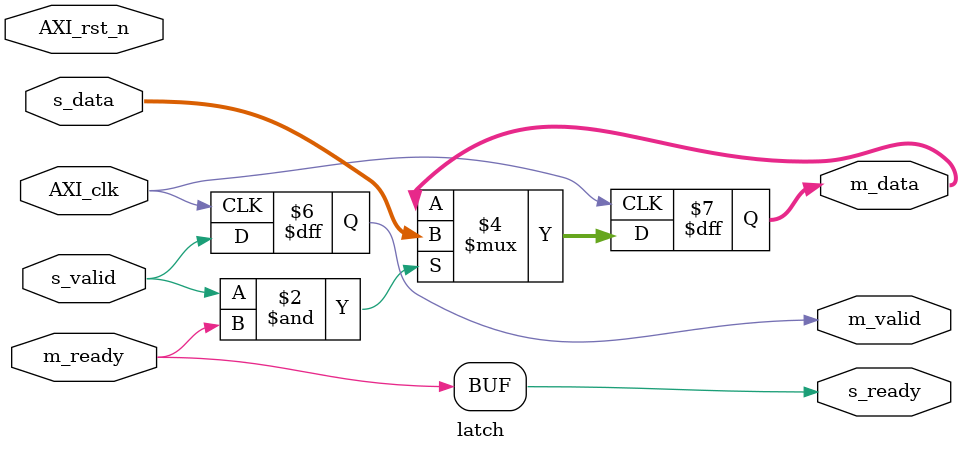
<source format=v>
`timescale 1ns / 1ps


module latch #(parameter N_CHANNEL = 8)
//number of channels = 8
(
    input   AXI_clk, //axi clock
    input   AXI_rst_n, //axi reset, active low

    //AXI4-S slave interface (saving data)
    input   [N_CHANNEL - 1 : 0] s_data,
    input   s_valid,
    output  s_ready, 
    
    //AXI4-M master interface (send off data)
    input   m_ready,
    output  reg m_valid,
    output  reg [N_CHANNEL - 1 : 0] m_data
    );
    
    always @(posedge AXI_clk) begin
        if (s_valid & s_ready) begin
            m_data <= s_data;
        end
    end
    
    
    always @(posedge AXI_clk) begin
        m_valid <= s_valid;
    end
    
    assign s_ready = m_ready;
    
endmodule

</source>
